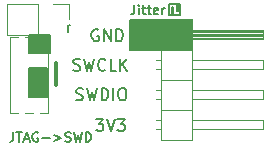
<source format=gbr>
G04 #@! TF.GenerationSoftware,KiCad,Pcbnew,(5.0.2-5-10.14)*
G04 #@! TF.CreationDate,2019-03-07T11:44:03+01:00*
G04 #@! TF.ProjectId,jtag-swd,6a746167-2d73-4776-942e-6b696361645f,rev?*
G04 #@! TF.SameCoordinates,Original*
G04 #@! TF.FileFunction,Legend,Top*
G04 #@! TF.FilePolarity,Positive*
%FSLAX46Y46*%
G04 Gerber Fmt 4.6, Leading zero omitted, Abs format (unit mm)*
G04 Created by KiCad (PCBNEW (5.0.2-5-10.14)) date 2019 March 07, Thursday 11:44:03*
%MOMM*%
%LPD*%
G01*
G04 APERTURE LIST*
%ADD10C,0.150000*%
%ADD11C,0.300000*%
%ADD12C,0.120000*%
G04 APERTURE END LIST*
D10*
G36*
X75500000Y-44750000D02*
X75500000Y-46250000D01*
X77250000Y-46250000D01*
X77250000Y-44750000D01*
X75500000Y-44750000D01*
G37*
X75500000Y-44750000D02*
X75500000Y-46250000D01*
X77250000Y-46250000D01*
X77250000Y-44750000D01*
X75500000Y-44750000D01*
G36*
X75500000Y-47500000D02*
X77000000Y-47500000D01*
X77000000Y-50000000D01*
X75500000Y-50000000D01*
X75500000Y-47500000D01*
G37*
X75500000Y-47500000D02*
X77000000Y-47500000D01*
X77000000Y-50000000D01*
X75500000Y-50000000D01*
X75500000Y-47500000D01*
G36*
X84000000Y-43500000D02*
X84000000Y-46000000D01*
X89250000Y-46000000D01*
X89250000Y-43500000D01*
X84000000Y-43500000D01*
G37*
X84000000Y-43500000D02*
X84000000Y-46000000D01*
X89250000Y-46000000D01*
X89250000Y-43500000D01*
X84000000Y-43500000D01*
D11*
X77750000Y-49000000D02*
X77750000Y-47100000D01*
D10*
X78742857Y-44461904D02*
X78742857Y-43928571D01*
X78742857Y-44080952D02*
X78780952Y-44004761D01*
X78819047Y-43966666D01*
X78895238Y-43928571D01*
X78971428Y-43928571D01*
X74138095Y-52961904D02*
X74138095Y-53533333D01*
X74100000Y-53647619D01*
X74023809Y-53723809D01*
X73909523Y-53761904D01*
X73833333Y-53761904D01*
X74404761Y-52961904D02*
X74861904Y-52961904D01*
X74633333Y-53761904D02*
X74633333Y-52961904D01*
X75090476Y-53533333D02*
X75471428Y-53533333D01*
X75014285Y-53761904D02*
X75280952Y-52961904D01*
X75547619Y-53761904D01*
X76233333Y-53000000D02*
X76157142Y-52961904D01*
X76042857Y-52961904D01*
X75928571Y-53000000D01*
X75852380Y-53076190D01*
X75814285Y-53152380D01*
X75776190Y-53304761D01*
X75776190Y-53419047D01*
X75814285Y-53571428D01*
X75852380Y-53647619D01*
X75928571Y-53723809D01*
X76042857Y-53761904D01*
X76119047Y-53761904D01*
X76233333Y-53723809D01*
X76271428Y-53685714D01*
X76271428Y-53419047D01*
X76119047Y-53419047D01*
X76614285Y-53457142D02*
X77223809Y-53457142D01*
X77604761Y-53228571D02*
X78214285Y-53457142D01*
X77604761Y-53685714D01*
X78557142Y-53723809D02*
X78671428Y-53761904D01*
X78861904Y-53761904D01*
X78938095Y-53723809D01*
X78976190Y-53685714D01*
X79014285Y-53609523D01*
X79014285Y-53533333D01*
X78976190Y-53457142D01*
X78938095Y-53419047D01*
X78861904Y-53380952D01*
X78709523Y-53342857D01*
X78633333Y-53304761D01*
X78595238Y-53266666D01*
X78557142Y-53190476D01*
X78557142Y-53114285D01*
X78595238Y-53038095D01*
X78633333Y-53000000D01*
X78709523Y-52961904D01*
X78900000Y-52961904D01*
X79014285Y-53000000D01*
X79280952Y-52961904D02*
X79471428Y-53761904D01*
X79623809Y-53190476D01*
X79776190Y-53761904D01*
X79966666Y-52961904D01*
X80271428Y-53761904D02*
X80271428Y-52961904D01*
X80461904Y-52961904D01*
X80576190Y-53000000D01*
X80652380Y-53076190D01*
X80690476Y-53152380D01*
X80728571Y-53304761D01*
X80728571Y-53419047D01*
X80690476Y-53571428D01*
X80652380Y-53647619D01*
X80576190Y-53723809D01*
X80461904Y-53761904D01*
X80271428Y-53761904D01*
X88200000Y-42100000D02*
X88200000Y-42700000D01*
X88100000Y-42100000D02*
X88100000Y-42700000D01*
X88300000Y-42700000D02*
X88300000Y-42100000D01*
X88300000Y-42100000D02*
X87300000Y-42100000D01*
X88000000Y-42700000D02*
X88000000Y-42100000D01*
X88300000Y-42700000D02*
X88000000Y-42700000D01*
X88300000Y-43000000D02*
X88300000Y-42700000D01*
X87300000Y-43000000D02*
X88300000Y-43000000D01*
X87700000Y-42400000D02*
X87700000Y-43000000D01*
X87600000Y-42400000D02*
X87700000Y-42400000D01*
X87600000Y-43000000D02*
X87600000Y-42400000D01*
X87300000Y-42100000D02*
X87300000Y-43000000D01*
X84406190Y-42161904D02*
X84406190Y-42733333D01*
X84368095Y-42847619D01*
X84291904Y-42923809D01*
X84177619Y-42961904D01*
X84101428Y-42961904D01*
X84787142Y-42961904D02*
X84787142Y-42428571D01*
X84787142Y-42161904D02*
X84749047Y-42200000D01*
X84787142Y-42238095D01*
X84825238Y-42200000D01*
X84787142Y-42161904D01*
X84787142Y-42238095D01*
X85053809Y-42428571D02*
X85358571Y-42428571D01*
X85168095Y-42161904D02*
X85168095Y-42847619D01*
X85206190Y-42923809D01*
X85282380Y-42961904D01*
X85358571Y-42961904D01*
X85510952Y-42428571D02*
X85815714Y-42428571D01*
X85625238Y-42161904D02*
X85625238Y-42847619D01*
X85663333Y-42923809D01*
X85739523Y-42961904D01*
X85815714Y-42961904D01*
X86387142Y-42923809D02*
X86310952Y-42961904D01*
X86158571Y-42961904D01*
X86082380Y-42923809D01*
X86044285Y-42847619D01*
X86044285Y-42542857D01*
X86082380Y-42466666D01*
X86158571Y-42428571D01*
X86310952Y-42428571D01*
X86387142Y-42466666D01*
X86425238Y-42542857D01*
X86425238Y-42619047D01*
X86044285Y-42695238D01*
X86768095Y-42961904D02*
X86768095Y-42428571D01*
X86768095Y-42580952D02*
X86806190Y-42504761D01*
X86844285Y-42466666D01*
X86920476Y-42428571D01*
X86996666Y-42428571D01*
X79480952Y-50204761D02*
X79623809Y-50252380D01*
X79861904Y-50252380D01*
X79957142Y-50204761D01*
X80004761Y-50157142D01*
X80052380Y-50061904D01*
X80052380Y-49966666D01*
X80004761Y-49871428D01*
X79957142Y-49823809D01*
X79861904Y-49776190D01*
X79671428Y-49728571D01*
X79576190Y-49680952D01*
X79528571Y-49633333D01*
X79480952Y-49538095D01*
X79480952Y-49442857D01*
X79528571Y-49347619D01*
X79576190Y-49300000D01*
X79671428Y-49252380D01*
X79909523Y-49252380D01*
X80052380Y-49300000D01*
X80385714Y-49252380D02*
X80623809Y-50252380D01*
X80814285Y-49538095D01*
X81004761Y-50252380D01*
X81242857Y-49252380D01*
X81623809Y-50252380D02*
X81623809Y-49252380D01*
X81861904Y-49252380D01*
X82004761Y-49300000D01*
X82100000Y-49395238D01*
X82147619Y-49490476D01*
X82195238Y-49680952D01*
X82195238Y-49823809D01*
X82147619Y-50014285D01*
X82100000Y-50109523D01*
X82004761Y-50204761D01*
X81861904Y-50252380D01*
X81623809Y-50252380D01*
X82623809Y-50252380D02*
X82623809Y-49252380D01*
X83290476Y-49252380D02*
X83480952Y-49252380D01*
X83576190Y-49300000D01*
X83671428Y-49395238D01*
X83719047Y-49585714D01*
X83719047Y-49919047D01*
X83671428Y-50109523D01*
X83576190Y-50204761D01*
X83480952Y-50252380D01*
X83290476Y-50252380D01*
X83195238Y-50204761D01*
X83100000Y-50109523D01*
X83052380Y-49919047D01*
X83052380Y-49585714D01*
X83100000Y-49395238D01*
X83195238Y-49300000D01*
X83290476Y-49252380D01*
X79238095Y-47704761D02*
X79380952Y-47752380D01*
X79619047Y-47752380D01*
X79714285Y-47704761D01*
X79761904Y-47657142D01*
X79809523Y-47561904D01*
X79809523Y-47466666D01*
X79761904Y-47371428D01*
X79714285Y-47323809D01*
X79619047Y-47276190D01*
X79428571Y-47228571D01*
X79333333Y-47180952D01*
X79285714Y-47133333D01*
X79238095Y-47038095D01*
X79238095Y-46942857D01*
X79285714Y-46847619D01*
X79333333Y-46800000D01*
X79428571Y-46752380D01*
X79666666Y-46752380D01*
X79809523Y-46800000D01*
X80142857Y-46752380D02*
X80380952Y-47752380D01*
X80571428Y-47038095D01*
X80761904Y-47752380D01*
X81000000Y-46752380D01*
X81952380Y-47657142D02*
X81904761Y-47704761D01*
X81761904Y-47752380D01*
X81666666Y-47752380D01*
X81523809Y-47704761D01*
X81428571Y-47609523D01*
X81380952Y-47514285D01*
X81333333Y-47323809D01*
X81333333Y-47180952D01*
X81380952Y-46990476D01*
X81428571Y-46895238D01*
X81523809Y-46800000D01*
X81666666Y-46752380D01*
X81761904Y-46752380D01*
X81904761Y-46800000D01*
X81952380Y-46847619D01*
X82857142Y-47752380D02*
X82380952Y-47752380D01*
X82380952Y-46752380D01*
X83190476Y-47752380D02*
X83190476Y-46752380D01*
X83761904Y-47752380D02*
X83333333Y-47180952D01*
X83761904Y-46752380D02*
X83190476Y-47323809D01*
X81338095Y-44300000D02*
X81242857Y-44252380D01*
X81100000Y-44252380D01*
X80957142Y-44300000D01*
X80861904Y-44395238D01*
X80814285Y-44490476D01*
X80766666Y-44680952D01*
X80766666Y-44823809D01*
X80814285Y-45014285D01*
X80861904Y-45109523D01*
X80957142Y-45204761D01*
X81100000Y-45252380D01*
X81195238Y-45252380D01*
X81338095Y-45204761D01*
X81385714Y-45157142D01*
X81385714Y-44823809D01*
X81195238Y-44823809D01*
X81814285Y-45252380D02*
X81814285Y-44252380D01*
X82385714Y-45252380D01*
X82385714Y-44252380D01*
X82861904Y-45252380D02*
X82861904Y-44252380D01*
X83100000Y-44252380D01*
X83242857Y-44300000D01*
X83338095Y-44395238D01*
X83385714Y-44490476D01*
X83433333Y-44680952D01*
X83433333Y-44823809D01*
X83385714Y-45014285D01*
X83338095Y-45109523D01*
X83242857Y-45204761D01*
X83100000Y-45252380D01*
X82861904Y-45252380D01*
X81161904Y-51852380D02*
X81780952Y-51852380D01*
X81447619Y-52233333D01*
X81590476Y-52233333D01*
X81685714Y-52280952D01*
X81733333Y-52328571D01*
X81780952Y-52423809D01*
X81780952Y-52661904D01*
X81733333Y-52757142D01*
X81685714Y-52804761D01*
X81590476Y-52852380D01*
X81304761Y-52852380D01*
X81209523Y-52804761D01*
X81161904Y-52757142D01*
X82066666Y-51852380D02*
X82400000Y-52852380D01*
X82733333Y-51852380D01*
X82971428Y-51852380D02*
X83590476Y-51852380D01*
X83257142Y-52233333D01*
X83400000Y-52233333D01*
X83495238Y-52280952D01*
X83542857Y-52328571D01*
X83590476Y-52423809D01*
X83590476Y-52661904D01*
X83542857Y-52757142D01*
X83495238Y-52804761D01*
X83400000Y-52852380D01*
X83114285Y-52852380D01*
X83019047Y-52804761D01*
X82971428Y-52757142D01*
D12*
G04 #@! TO.C,J2*
X86640000Y-43370000D02*
X86640000Y-53650000D01*
X86640000Y-53650000D02*
X89300000Y-53650000D01*
X89300000Y-53650000D02*
X89300000Y-43370000D01*
X89300000Y-43370000D02*
X86640000Y-43370000D01*
X89300000Y-44320000D02*
X95300000Y-44320000D01*
X95300000Y-44320000D02*
X95300000Y-45080000D01*
X95300000Y-45080000D02*
X89300000Y-45080000D01*
X89300000Y-44380000D02*
X95300000Y-44380000D01*
X89300000Y-44500000D02*
X95300000Y-44500000D01*
X89300000Y-44620000D02*
X95300000Y-44620000D01*
X89300000Y-44740000D02*
X95300000Y-44740000D01*
X89300000Y-44860000D02*
X95300000Y-44860000D01*
X89300000Y-44980000D02*
X95300000Y-44980000D01*
X86310000Y-44320000D02*
X86640000Y-44320000D01*
X86310000Y-45080000D02*
X86640000Y-45080000D01*
X86640000Y-45970000D02*
X89300000Y-45970000D01*
X89300000Y-46860000D02*
X95300000Y-46860000D01*
X95300000Y-46860000D02*
X95300000Y-47620000D01*
X95300000Y-47620000D02*
X89300000Y-47620000D01*
X86242929Y-46860000D02*
X86640000Y-46860000D01*
X86242929Y-47620000D02*
X86640000Y-47620000D01*
X86640000Y-48510000D02*
X89300000Y-48510000D01*
X89300000Y-49400000D02*
X95300000Y-49400000D01*
X95300000Y-49400000D02*
X95300000Y-50160000D01*
X95300000Y-50160000D02*
X89300000Y-50160000D01*
X86242929Y-49400000D02*
X86640000Y-49400000D01*
X86242929Y-50160000D02*
X86640000Y-50160000D01*
X86640000Y-51050000D02*
X89300000Y-51050000D01*
X89300000Y-51940000D02*
X95300000Y-51940000D01*
X95300000Y-51940000D02*
X95300000Y-52700000D01*
X95300000Y-52700000D02*
X89300000Y-52700000D01*
X86242929Y-51940000D02*
X86640000Y-51940000D01*
X86242929Y-52700000D02*
X86640000Y-52700000D01*
X83930000Y-44700000D02*
X83930000Y-43430000D01*
X83930000Y-43430000D02*
X85200000Y-43430000D01*
G04 #@! TO.C,J1*
X73880000Y-44905000D02*
X74522470Y-44905000D01*
X75137530Y-44905000D02*
X75340000Y-44905000D01*
X73880000Y-44905000D02*
X73880000Y-51375000D01*
X76407530Y-51375000D02*
X77050000Y-51375000D01*
X73880000Y-51375000D02*
X74522470Y-51375000D01*
X75137530Y-51375000D02*
X75792470Y-51375000D01*
X77050000Y-46235000D02*
X77050000Y-51375000D01*
X76860000Y-46235000D02*
X77050000Y-46235000D01*
X77050000Y-44840000D02*
X77050000Y-45600000D01*
X76100000Y-44840000D02*
X77050000Y-44840000D01*
G04 #@! TO.C,J3*
X73630000Y-42070000D02*
X73630000Y-44730000D01*
X76230000Y-42070000D02*
X73630000Y-42070000D01*
X76230000Y-44730000D02*
X73630000Y-44730000D01*
X76230000Y-42070000D02*
X76230000Y-44730000D01*
X77500000Y-42070000D02*
X78830000Y-42070000D01*
X78830000Y-42070000D02*
X78830000Y-43400000D01*
G04 #@! TD*
M02*

</source>
